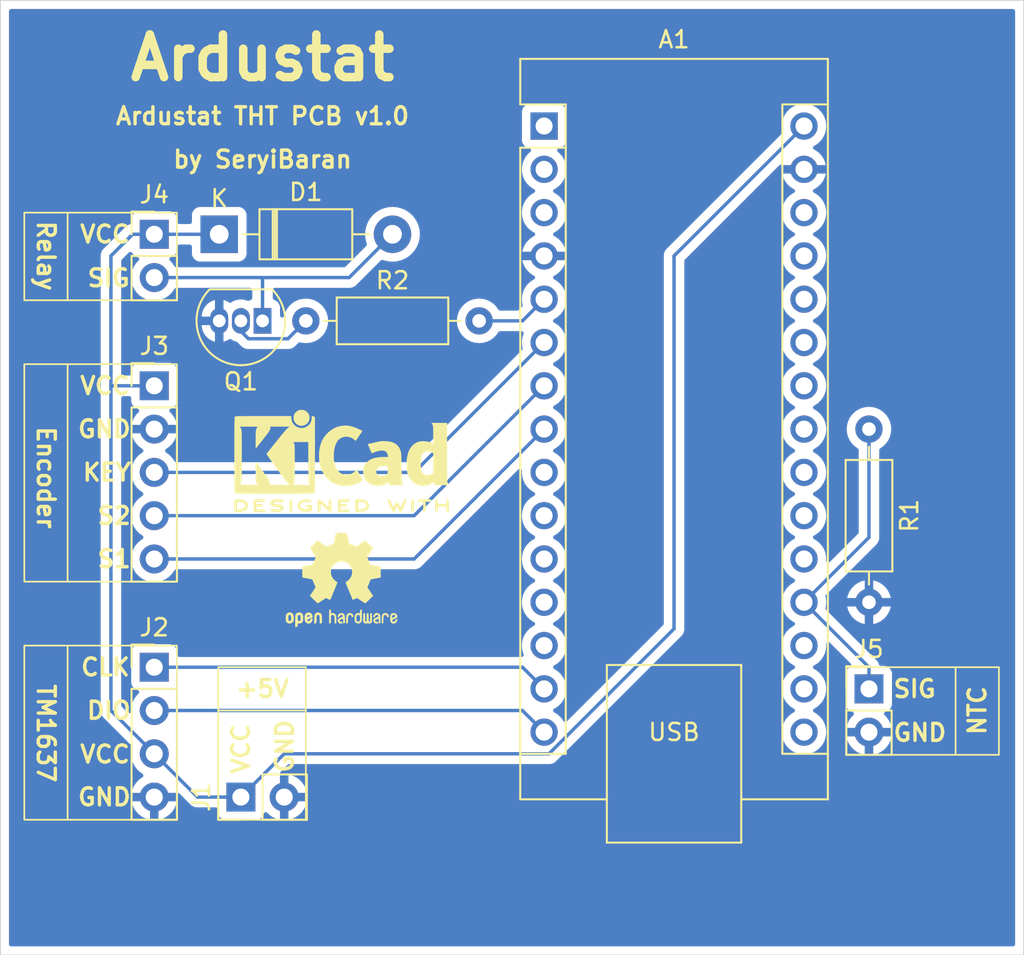
<source format=kicad_pcb>
(kicad_pcb (version 20240108) (generator "pcbnew") (generator_version "8.0")
  (layers (0 "F.Cu" signal) (31 "B.Cu" signal) (34 "B.Paste" user) (35 "F.Paste" user) (36 "B.SilkS" user "B.Silkscreen") (37 "F.SilkS" user "F.Silkscreen") (38 "B.Mask" user) (39 "F.Mask" user) (44 "Edge.Cuts" user))
  (net 0 "")
  (net 3 "/ENC_S2")
  (net 4 "/A0")
  (net 8 "VCC")
  (net 11 "/DISP_CLK")
  (net 12 "/RELAY_PIN")
  (net 15 "/DISP_DIO")
  (net 19 "GND")
  (net 25 "/ENC_KEY")
  (net 26 "/ENC_S1")
  (net 30 "Net-(D1-A)")
  (net 31 "Net-(Q1-B)")
  (footprint "Resistor_THT:R_Axial_DIN0207_L6.3mm_D2.5mm_P10.16mm_Horizontal" (layer "F.Cu") (at 74.93 57.15 -90)
    (property "Reference" "R1" (at 5.08 -2.37 90) (layer "F.SilkS"))
    (property "Value" "10k")
    (pad "1" thru_hole circle (at 0 0 270) (size 1.6 1.6) (drill 0.8) (layers "*.Cu" "*.Mask") (net 4 "/A0"))
    (pad "2" thru_hole oval (at 10.16 0 270) (size 1.6 1.6) (drill 0.8) (layers "*.Cu" "*.Mask") (net 19 "GND"))
  )
  (footprint "Symbol:KiCad-Logo2_5mm_SilkScreen" (layer "F.Cu") (at 44 59)
    (property "Reference" "REF**" (hide yes))
    (property "Value" "KiCad-Logo2_5mm_SilkScreen" (hide yes))
  )
  (footprint "Connector_PinHeader_2.54mm:PinHeader_1x02_P2.54mm_Vertical" (layer "F.Cu") (at 74.93 72.39)
    (property "Reference" "J5" (at 0 -2.33 0) (layer "F.SilkS"))
    (property "Value" "NTC")
    (pad "1" thru_hole rect (at 0 0) (size 1.7 1.7) (drill 1) (layers "*.Cu" "*.Mask") (net 4 "/A0"))
    (pad "2" thru_hole oval (at 0 2.54) (size 1.7 1.7) (drill 1) (layers "*.Cu" "*.Mask") (net 19 "GND"))
  )
  (footprint "Connector_PinHeader_2.54mm:PinHeader_1x05_P2.54mm_Vertical" (layer "F.Cu") (at 33.02 54.61)
    (property "Reference" "J3" (at 0 -2.33 0) (layer "F.SilkS"))
    (property "Value" "Enc")
    (pad "1" thru_hole rect (at 0 0) (size 1.7 1.7) (drill 1) (layers "*.Cu" "*.Mask") (net 8 "VCC"))
    (pad "2" thru_hole oval (at 0 2.54) (size 1.7 1.7) (drill 1) (layers "*.Cu" "*.Mask") (net 19 "GND"))
    (pad "3" thru_hole oval (at 0 5.08) (size 1.7 1.7) (drill 1) (layers "*.Cu" "*.Mask") (net 25 "/ENC_KEY"))
    (pad "4" thru_hole oval (at 0 7.62) (size 1.7 1.7) (drill 1) (layers "*.Cu" "*.Mask") (net 3 "/ENC_S2"))
    (pad "5" thru_hole oval (at 0 10.16) (size 1.7 1.7) (drill 1) (layers "*.Cu" "*.Mask") (net 26 "/ENC_S1"))
  )
  (footprint "Module:Arduino_Nano" (layer "F.Cu") (at 55.88 39.37)
    (property "Reference" "A1" (at 7.62 -5.08 0) (layer "F.SilkS"))
    (property "Value" "Arduino_Nano_v3.x")
    (fp_text user "USB" (at 7.62 35.56 0) (layer "F.SilkS"))
    (pad "1" thru_hole rect (at 0 0) (size 1.6 1.6) (drill 1) (layers "*.Cu" "*.Mask"))
    (pad "2" thru_hole oval (at 0 2.54) (size 1.6 1.6) (drill 1) (layers "*.Cu" "*.Mask"))
    (pad "3" thru_hole oval (at 0 5.08) (size 1.6 1.6) (drill 1) (layers "*.Cu" "*.Mask"))
    (pad "4" thru_hole oval (at 0 7.62) (size 1.6 1.6) (drill 1) (layers "*.Cu" "*.Mask") (net 19 "GND"))
    (pad "5" thru_hole oval (at 0 10.16) (size 1.6 1.6) (drill 1) (layers "*.Cu" "*.Mask") (net 12 "/RELAY_PIN"))
    (pad "6" thru_hole oval (at 0 12.7) (size 1.6 1.6) (drill 1) (layers "*.Cu" "*.Mask") (net 25 "/ENC_KEY"))
    (pad "7" thru_hole oval (at 0 15.24) (size 1.6 1.6) (drill 1) (layers "*.Cu" "*.Mask") (net 3 "/ENC_S2"))
    (pad "8" thru_hole oval (at 0 17.78) (size 1.6 1.6) (drill 1) (layers "*.Cu" "*.Mask") (net 26 "/ENC_S1"))
    (pad "9" thru_hole oval (at 0 20.32) (size 1.6 1.6) (drill 1) (layers "*.Cu" "*.Mask"))
    (pad "10" thru_hole oval (at 0 22.86) (size 1.6 1.6) (drill 1) (layers "*.Cu" "*.Mask"))
    (pad "11" thru_hole oval (at 0 25.4) (size 1.6 1.6) (drill 1) (layers "*.Cu" "*.Mask"))
    (pad "12" thru_hole oval (at 0 27.94) (size 1.6 1.6) (drill 1) (layers "*.Cu" "*.Mask"))
    (pad "13" thru_hole oval (at 0 30.48) (size 1.6 1.6) (drill 1) (layers "*.Cu" "*.Mask"))
    (pad "14" thru_hole oval (at 0 33.02) (size 1.6 1.6) (drill 1) (layers "*.Cu" "*.Mask") (net 11 "/DISP_CLK"))
    (pad "15" thru_hole oval (at 0 35.56) (size 1.6 1.6) (drill 1) (layers "*.Cu" "*.Mask") (net 15 "/DISP_DIO"))
    (pad "16" thru_hole oval (at 15.24 35.56) (size 1.6 1.6) (drill 1) (layers "*.Cu" "*.Mask"))
    (pad "17" thru_hole oval (at 15.24 33.02) (size 1.6 1.6) (drill 1) (layers "*.Cu" "*.Mask"))
    (pad "18" thru_hole oval (at 15.24 30.48) (size 1.6 1.6) (drill 1) (layers "*.Cu" "*.Mask"))
    (pad "19" thru_hole oval (at 15.24 27.94) (size 1.6 1.6) (drill 1) (layers "*.Cu" "*.Mask") (net 4 "/A0"))
    (pad "20" thru_hole oval (at 15.24 25.4) (size 1.6 1.6) (drill 1) (layers "*.Cu" "*.Mask"))
    (pad "21" thru_hole oval (at 15.24 22.86) (size 1.6 1.6) (drill 1) (layers "*.Cu" "*.Mask"))
    (pad "22" thru_hole oval (at 15.24 20.32) (size 1.6 1.6) (drill 1) (layers "*.Cu" "*.Mask"))
    (pad "23" thru_hole oval (at 15.24 17.78) (size 1.6 1.6) (drill 1) (layers "*.Cu" "*.Mask"))
    (pad "24" thru_hole oval (at 15.24 15.24) (size 1.6 1.6) (drill 1) (layers "*.Cu" "*.Mask"))
    (pad "25" thru_hole oval (at 15.24 12.7) (size 1.6 1.6) (drill 1) (layers "*.Cu" "*.Mask"))
    (pad "26" thru_hole oval (at 15.24 10.16) (size 1.6 1.6) (drill 1) (layers "*.Cu" "*.Mask"))
    (pad "27" thru_hole oval (at 15.24 7.62) (size 1.6 1.6) (drill 1) (layers "*.Cu" "*.Mask"))
    (pad "28" thru_hole oval (at 15.24 5.08) (size 1.6 1.6) (drill 1) (layers "*.Cu" "*.Mask"))
    (pad "29" thru_hole oval (at 15.24 2.54) (size 1.6 1.6) (drill 1) (layers "*.Cu" "*.Mask") (net 19 "GND"))
    (pad "30" thru_hole oval (at 15.24 0) (size 1.6 1.6) (drill 1) (layers "*.Cu" "*.Mask") (net 8 "VCC"))
  )
  (footprint "Connector_PinHeader_2.54mm:PinHeader_1x02_P2.54mm_Vertical" (layer "F.Cu") (at 38.1 78.74 90)
    (property "Reference" "J1" (at 0 -2.33 90) (layer "F.SilkS"))
    (property "Value" "Power")
    (pad "1" thru_hole rect (at 0 0 90) (size 1.7 1.7) (drill 1) (layers "*.Cu" "*.Mask") (net 8 "VCC"))
    (pad "2" thru_hole oval (at 0 2.54 90) (size 1.7 1.7) (drill 1) (layers "*.Cu" "*.Mask") (net 19 "GND"))
  )
  (footprint "Symbol:OSHW-Logo2_7.3x6mm_SilkScreen" (layer "F.Cu") (at 44 66)
    (property "Reference" "REF**" (hide yes))
    (property "Value" "OSHW-Logo2_7.3x6mm_SilkScreen" (hide yes))
  )
  (footprint "Connector_PinHeader_2.54mm:PinHeader_1x02_P2.54mm_Vertical" (layer "F.Cu") (at 33.02 45.72)
    (property "Reference" "J4" (at 0 -2.33 0) (layer "F.SilkS"))
    (property "Value" "Relay")
    (pad "1" thru_hole rect (at 0 0) (size 1.7 1.7) (drill 1) (layers "*.Cu" "*.Mask") (net 8 "VCC"))
    (pad "2" thru_hole oval (at 0 2.54) (size 1.7 1.7) (drill 1) (layers "*.Cu" "*.Mask") (net 30 "Net-(D1-A)"))
  )
  (footprint "Diode_THT:D_DO-41_SOD81_P10.16mm_Horizontal" (layer "F.Cu") (at 36.83 45.72)
    (property "Reference" "D1" (at 5.08 -2.47 0) (layer "F.SilkS"))
    (property "Value" "1N4007")
    (fp_text user "K" (at 0 -2.1 0) (layer "F.SilkS"))
    (pad "1" thru_hole rect (at 0 0) (size 2.2 2.2) (drill 1.1) (layers "*.Cu" "*.Mask") (net 8 "VCC"))
    (pad "2" thru_hole oval (at 10.16 0) (size 2.2 2.2) (drill 1.1) (layers "*.Cu" "*.Mask") (net 30 "Net-(D1-A)"))
  )
  (footprint "Resistor_THT:R_Axial_DIN0207_L6.3mm_D2.5mm_P10.16mm_Horizontal" (layer "F.Cu") (at 41.91 50.8)
    (property "Reference" "R2" (at 5.08 -2.37 0) (layer "F.SilkS"))
    (property "Value" "1k")
    (pad "1" thru_hole circle (at 0 0) (size 1.6 1.6) (drill 0.8) (layers "*.Cu" "*.Mask") (net 31 "Net-(Q1-B)"))
    (pad "2" thru_hole oval (at 10.16 0) (size 1.6 1.6) (drill 0.8) (layers "*.Cu" "*.Mask") (net 12 "/RELAY_PIN"))
  )
  (footprint "Package_TO_SOT_THT:TO-92_Inline" (layer "F.Cu") (at 39.37 50.8 180)
    (property "Reference" "Q1" (at 1.27 -3.56 0) (layer "F.SilkS"))
    (property "Value" "BC547")
    (pad "1" thru_hole rect (at 0 0 180) (size 1.05 1.5) (drill 0.75) (layers "*.Cu" "*.Mask") (net 30 "Net-(D1-A)"))
    (pad "2" thru_hole oval (at 1.27 0 180) (size 1.05 1.5) (drill 0.75) (layers "*.Cu" "*.Mask") (net 31 "Net-(Q1-B)"))
    (pad "3" thru_hole oval (at 2.54 0 180) (size 1.05 1.5) (drill 0.75) (layers "*.Cu" "*.Mask") (net 19 "GND"))
  )
  (footprint "Connector_PinHeader_2.54mm:PinHeader_1x04_P2.54mm_Vertical" (layer "F.Cu") (at 33.02 71.12)
    (property "Reference" "J2" (at 0 -2.33 0) (layer "F.SilkS"))
    (property "Value" "TM1637")
    (pad "1" thru_hole rect (at 0 0) (size 1.7 1.7) (drill 1) (layers "*.Cu" "*.Mask") (net 11 "/DISP_CLK"))
    (pad "2" thru_hole oval (at 0 2.54) (size 1.7 1.7) (drill 1) (layers "*.Cu" "*.Mask") (net 15 "/DISP_DIO"))
    (pad "3" thru_hole oval (at 0 5.08) (size 1.7 1.7) (drill 1) (layers "*.Cu" "*.Mask") (net 8 "VCC"))
    (pad "4" thru_hole oval (at 0 7.62) (size 1.7 1.7) (drill 1) (layers "*.Cu" "*.Mask") (net 19 "GND"))
  )
  (gr_line (start 36.83 73.66) (end 41.91 73.66) (stroke (width 0.1)) (layer "F.SilkS"))
  (gr_rect (start 25.4 44.45) (end 34.35 49.59) (stroke (width 0.1)) (fill none) (layer "F.SilkS"))
  (gr_line (start 80.01 76.2) (end 80.01 71.12) (stroke (width 0.1)) (layer "F.SilkS"))
  (gr_line (start 27.94 44.45) (end 27.94 49.53) (stroke (width 0.1)) (layer "F.SilkS"))
  (gr_rect (start 36.77 71.12) (end 41.91 80.07) (stroke (width 0.1)) (fill none) (layer "F.SilkS"))
  (gr_rect (start 25.4 69.85) (end 34.35 80.07) (stroke (width 0.1)) (fill none) (layer "F.SilkS"))
  (gr_line (start 27.94 69.85) (end 27.94 80.01) (stroke (width 0.1)) (layer "F.SilkS"))
  (gr_rect (start 25.4 53.34) (end 34.35 66.1) (stroke (width 0.1)) (fill none) (layer "F.SilkS"))
  (gr_line (start 27.94 53.34) (end 27.94 66.04) (stroke (width 0.1)) (layer "F.SilkS"))
  (gr_rect (start 73.6 71.12) (end 82.55 76.26) (stroke (width 0.1)) (fill none) (layer "F.SilkS"))
  (gr_rect (start 24 32) (end 84 88) (stroke (width 0.05)) (fill none) (layer "Edge.Cuts"))
  (gr_text "NTC" (at 81.28 73.66 90) (layer "F.SilkS") (effects (font (size 1 1) (thickness 0.2) (bold yes))))
  (gr_text "Ardustat" (at 39.37 36.83 0) (layer "F.SilkS") (effects (font (size 2.5 2.5) (thickness 0.5)) (justify bottom)))
  (gr_text "by SeryiBaran" (at 39.37 41.91 0) (layer "F.SilkS") (effects (font (size 1 1) (thickness 0.2) (bold yes)) (justify bottom)))
  (gr_text "GND" (at 31.75 78.74 0) (layer "F.SilkS") (effects (font (size 1 1) (thickness 0.2) (bold yes)) (justify right)))
  (gr_text "VCC" (at 31.69 45.72 0) (layer "F.SilkS") (effects (font (size 1 1) (thickness 0.2) (bold yes)) (justify right)))
  (gr_text "CLK" (at 31.69 71.12 0) (layer "F.SilkS") (effects (font (size 1 1) (thickness 0.2) (bold yes)) (justify right)))
  (gr_text "SIG" (at 76.26 72.39 0) (layer "F.SilkS") (effects (font (size 1 1) (thickness 0.2) (bold yes)) (justify left)))
  (gr_text "Ardustat THT PCB v1.0" (at 39.37 39.37 0) (layer "F.SilkS") (effects (font (size 1 1) (thickness 0.2) (bold yes)) (justify bottom)))
  (gr_text "Encoder" (at 26.67 60 270) (layer "F.SilkS") (effects (font (size 1 1) (thickness 0.2) (bold yes))))
  (gr_text "DIO" (at 31.75 73.66 0) (layer "F.SilkS") (effects (font (size 1 1) (thickness 0.2) (bold yes)) (justify right)))
  (gr_text "VCC" (at 31.69 54.61 0) (layer "F.SilkS") (effects (font (size 1 1) (thickness 0.2) (bold yes)) (justify right)))
  (gr_text "GND" (at 40.67 77.41 90) (layer "F.SilkS") (effects (font (size 1 1) (thickness 0.2) (bold yes)) (justify left)))
  (gr_text "Relay" (at 26.67 46.99 270) (layer "F.SilkS") (effects (font (size 1 1) (thickness 0.2) (bold yes))))
  (gr_text "SIG" (at 31.69 48.29 0) (layer "F.SilkS") (effects (font (size 1 1) (thickness 0.2) (bold yes)) (justify right)))
  (gr_text "+5V" (at 39.37 72.39 0) (layer "F.SilkS") (effects (font (size 1 1) (thickness 0.2) (bold yes))))
  (gr_text "TM1637" (at 26.67 75 270) (layer "F.SilkS") (effects (font (size 1 1) (thickness 0.2) (bold yes))))
  (gr_text "GND" (at 31.75 57.15 0) (layer "F.SilkS") (effects (font (size 1 1) (thickness 0.2) (bold yes)) (justify right)))
  (gr_text "VCC" (at 38.1 77.47 90) (layer "F.SilkS") (effects (font (size 1 1) (thickness 0.2) (bold yes)) (justify left)))
  (gr_text "S1" (at 31.75 64.77 0) (layer "F.SilkS") (effects (font (size 1 1) (thickness 0.2) (bold yes)) (justify right)))
  (gr_text "KEY" (at 31.75 59.69 0) (layer "F.SilkS") (effects (font (size 1 1) (thickness 0.2) (bold yes)) (justify right)))
  (gr_text "VCC" (at 31.69 76.23 0) (layer "F.SilkS") (effects (font (size 1 1) (thickness 0.2) (bold yes)) (justify right)))
  (gr_text "GND" (at 76.26 74.96 0) (layer "F.SilkS") (effects (font (size 1 1) (thickness 0.2) (bold yes)) (justify left)))
  (gr_text "S2" (at 31.75 62.23 0) (layer "F.SilkS") (effects (font (size 1 1) (thickness 0.2) (bold yes)) (justify right)))
  (segment (start 48.26 62.23) (end 55.88 54.61) (width 0.2) (layer "B.Cu") (net 3))
  (segment (start 33.02 62.23) (end 48.26 62.23) (width 0.2) (layer "B.Cu") (net 3))
  (segment (start 74.93 57.15) (end 74.93 63.5) (width 0.2) (layer "B.Cu") (net 4))
  (segment (start 74.93 63.5) (end 71.12 67.31) (width 0.2) (layer "B.Cu") (net 4))
  (segment (start 74.93 72.39) (end 74.93 71.12) (width 0.2) (layer "B.Cu") (net 4))
  (segment (start 74.93 71.12) (end 71.12 67.31) (width 0.2) (layer "B.Cu") (net 4))
  (segment (start 35.56 78.74) (end 33.02 76.2) (width 0.2) (layer "B.Cu") (net 8))
  (segment (start 33.02 45.72) (end 36.83 45.72) (width 0.2) (layer "B.Cu") (net 8))
  (segment (start 63.5 68.865635) (end 56.165635 76.2) (width 0.2) (layer "B.Cu") (net 8))
  (segment (start 30.48 73.66) (end 30.48 54.61) (width 0.2) (layer "B.Cu") (net 8))
  (segment (start 56.165635 76.2) (end 40.64 76.2) (width 0.2) (layer "B.Cu") (net 8))
  (segment (start 33.02 76.2) (end 30.48 73.66) (width 0.2) (layer "B.Cu") (net 8))
  (segment (start 33.02 54.61) (end 30.48 54.61) (width 0.2) (layer "B.Cu") (net 8))
  (segment (start 30.48 54.61) (end 30.48 46.99) (width 0.2) (layer "B.Cu") (net 8))
  (segment (start 40.64 76.2) (end 38.1 78.74) (width 0.2) (layer "B.Cu") (net 8))
  (segment (start 71.12 39.37) (end 63.5 46.99) (width 0.2) (layer "B.Cu") (net 8))
  (segment (start 38.1 78.74) (end 35.56 78.74) (width 0.2) (layer "B.Cu") (net 8))
  (segment (start 63.5 46.99) (end 63.5 68.865635) (width 0.2) (layer "B.Cu") (net 8))
  (segment (start 31.75 45.72) (end 33.02 45.72) (width 0.2) (layer "B.Cu") (net 8))
  (segment (start 30.48 46.99) (end 31.75 45.72) (width 0.2) (layer "B.Cu") (net 8))
  (segment (start 33.02 71.12) (end 54.61 71.12) (width 0.2) (layer "B.Cu") (net 11))
  (segment (start 54.61 71.12) (end 55.88 72.39) (width 0.2) (layer "B.Cu") (net 11))
  (segment (start 54.61 50.8) (end 55.88 49.53) (width 0.2) (layer "B.Cu") (net 12))
  (segment (start 52.07 50.8) (end 54.61 50.8) (width 0.2) (layer "B.Cu") (net 12))
  (segment (start 33.02 73.66) (end 54.61 73.66) (width 0.2) (layer "B.Cu") (net 15))
  (segment (start 54.61 73.66) (end 55.88 74.93) (width 0.2) (layer "B.Cu") (net 15))
  (segment (start 33.02 59.69) (end 48.26 59.69) (width 0.2) (layer "B.Cu") (net 25))
  (segment (start 48.26 59.69) (end 55.88 52.07) (width 0.2) (layer "B.Cu") (net 25))
  (segment (start 48.26 64.77) (end 55.88 57.15) (width 0.2) (layer "B.Cu") (net 26))
  (segment (start 33.02 64.77) (end 48.26 64.77) (width 0.2) (layer "B.Cu") (net 26))
  (segment (start 46.99 45.72) (end 44.45 48.26) (width 0.2) (layer "B.Cu") (net 30))
  (segment (start 39.37 48.26) (end 33.02 48.26) (width 0.2) (layer "B.Cu") (net 30))
  (segment (start 44.45 48.26) (end 39.37 48.26) (width 0.2) (layer "B.Cu") (net 30))
  (segment (start 39.37 50.8) (end 39.37 48.26) (width 0.2) (layer "B.Cu") (net 30))
  (segment (start 40.86 51.85) (end 38.545 51.85) (width 0.2) (layer "B.Cu") (net 31))
  (segment (start 38.1 51.405) (end 38.1 50.8) (width 0.2) (layer "B.Cu") (net 31))
  (segment (start 38.545 51.85) (end 38.1 51.405) (width 0.2) (layer "B.Cu") (net 31))
  (segment (start 41.91 50.8) (end 40.86 51.85) (width 0.2) (layer "B.Cu") (net 31))
  (zone (net 19) (net_name "GND") (layer "B.Cu") (connect_pads (clearance 0.5)) (min_thickness 0.25) (fill yes (thermal_gap 0.5) (thermal_bridge_width 0.5))
    (polygon (pts (xy 84 32) (xy 84 88) (xy 24 88) (xy 24 32)))
  )
)
</source>
